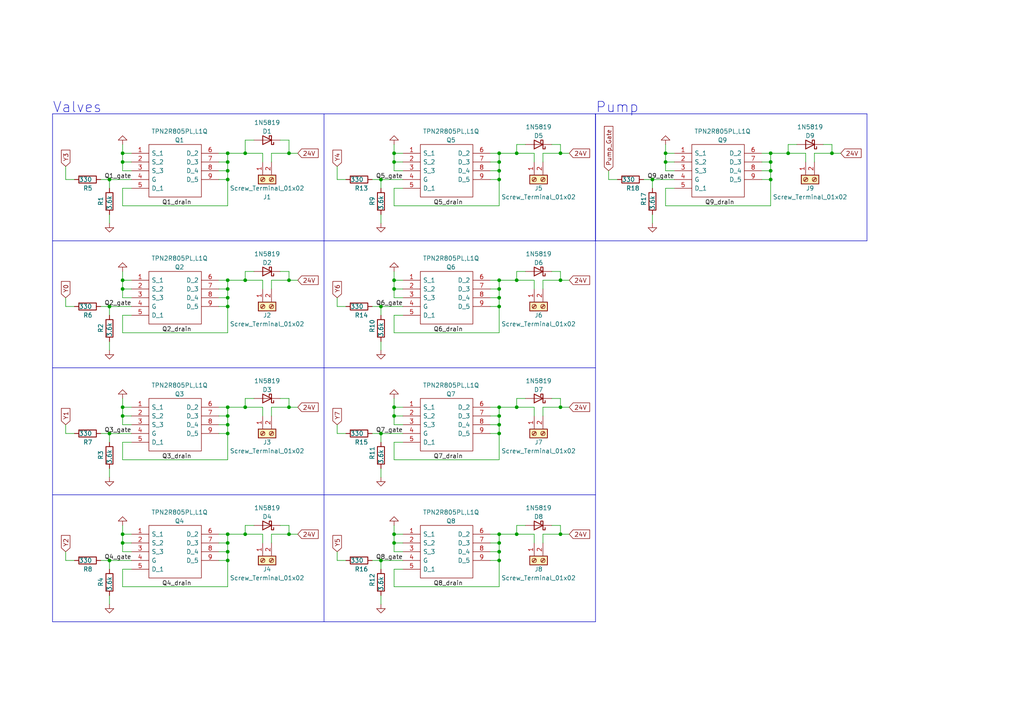
<source format=kicad_sch>
(kicad_sch (version 20230121) (generator eeschema)
  (paper "A4")
  (title_block (title "Plant Watering") (date "2022-08-29") (rev "1") (company "All in one device for plant irrigation") (comment 1 "Reading moisture, processing data, including weather, switching of solenoid valves") (comment 2 "5 A peak current, max. 1 s") (comment 3 "24 V input voltage"))
  (lib_symbols
    (symbol "Connector:Screw_Terminal_01x02" (pin_names (offset 1.016) hide)
      (property "Reference" "J9" (at -1.27 -5.08 90))
      (property "Value" "Screw_Terminal_01x02" (at -1.27 -2.54 90))
      (symbol "Screw_Terminal_01x02_1_1"
        (rectangle (start -1.27 1.27) (end 1.27 -3.81) (stroke (width 0.254)) (fill (type background)))
        (circle (center 0 -2.54) (radius 0.635) (stroke (width 0.1524)))
        (polyline (pts (xy -0.5334 -2.2098) (xy 0.3302 -3.048)) (stroke (width 0.1524)))
        (polyline (pts (xy -0.5334 0.3302) (xy 0.3302 -0.508)) (stroke (width 0.1524)))
        (polyline (pts (xy -0.3556 -2.032) (xy 0.508 -2.8702)) (stroke (width 0.1524)))
        (polyline (pts (xy -0.3556 0.508) (xy 0.508 -0.3302)) (stroke (width 0.1524)))
        (circle (center 0 0) (radius 0.635) (stroke (width 0.1524)))
        (pin passive line (at -5.08 -2.54 0) (length 3.81) (name "Pin_1") (number "1"))
        (pin passive line (at -5.08 0 0) (length 3.81) (name "Pin_2") (number "2"))
      )
    )
    (symbol "Device:D_Schottky" (pin_numbers hide) (pin_names (offset 1.016) hide)
      (property "Reference" "D" (at 0 2.54 0))
      (property "Value" "D_Schottky" (at 0 -2.54 0))
      (symbol "D_Schottky_0_1"
        (polyline (pts (xy 1.27 0) (xy -1.27 0)))
        (polyline (pts (xy 1.27 1.27) (xy 1.27 -1.27) (xy -1.27 0) (xy 1.27 1.27)) (stroke (width 0.254)))
        (polyline (pts (xy -1.905 0.635) (xy -1.905 1.27) (xy -1.27 1.27) (xy -1.27 -1.27) (xy -0.635 -1.27) (xy -0.635 -0.635)) (stroke (width 0.254)))
      )
      (symbol "D_Schottky_1_1"
        (pin passive line (at -3.81 0 0) (length 2.54) (name "K") (number "1"))
        (pin passive line (at 3.81 0 180) (length 2.54) (name "A") (number "2"))
      )
    )
    (symbol "Device:R" (pin_numbers hide) (pin_names (offset 0))
      (property "Reference" "R" (at 2.032 0 90))
      (property "Value" "R" (at 0 0 90))
      (symbol "R_0_1"
        (rectangle (start -1.016 -2.54) (end 1.016 2.54) (stroke (width 0.254)))
      )
      (symbol "R_1_1"
        (pin passive line (at 0 3.81 270) (length 1.27) (name "~") (number "1"))
        (pin passive line (at 0 -3.81 90) (length 1.27) (name "~") (number "2"))
      )
    )
    (symbol "SamacSys_Parts:TPN2R805PL,L1Q" (pin_names (offset 0.762))
      (property "Reference" "Q" (at 21.59 7.62 0))
      (property "Value" "TPN2R805PL,L1Q" (at 21.59 5.08 0))
      (symbol "TPN2R805PL,L1Q_0_0"
        (pin passive line (at 0 0 0) (length 5.08) (name "S_1") (number "1"))
        (pin passive line (at 0 -2.54 0) (length 5.08) (name "S_2") (number "2"))
        (pin passive line (at 0 -5.08 0) (length 5.08) (name "S_3") (number "3"))
        (pin passive line (at 0 -7.62 0) (length 5.08) (name "G") (number "4"))
        (pin passive line (at 0 -10.16 0) (length 5.08) (name "D_1") (number "5"))
        (pin passive line (at 25.4 0 180) (length 5.08) (name "D_2") (number "6"))
        (pin passive line (at 25.4 -2.54 180) (length 5.08) (name "D_3") (number "7"))
        (pin passive line (at 25.4 -5.08 180) (length 5.08) (name "D_4") (number "8"))
        (pin passive line (at 25.4 -7.62 180) (length 5.08) (name "D_5") (number "9"))
      )
      (symbol "TPN2R805PL,L1Q_0_1"
        (polyline (pts (xy 5.08 2.54) (xy 20.32 2.54) (xy 20.32 -12.7) (xy 5.08 -12.7) (xy 5.08 2.54)) (stroke (width 0.1524)))
      )
    )
    (symbol "Screw_Terminal_01x02_1" (pin_names (offset 1.016) hide)
      (property "Reference" "J1" (at 5.08 -5.08 90))
      (property "Value" "Screw_Terminal_01x02" (at 2.54 -2.54 90))
      (symbol "Screw_Terminal_01x02_1_1_1"
        (rectangle (start -1.27 1.27) (end 1.27 -3.81) (stroke (width 0.254)) (fill (type background)))
        (circle (center 0 -2.54) (radius 0.635) (stroke (width 0.1524)))
        (polyline (pts (xy -0.5334 -2.2098) (xy 0.3302 -3.048)) (stroke (width 0.1524)))
        (polyline (pts (xy -0.5334 0.3302) (xy 0.3302 -0.508)) (stroke (width 0.1524)))
        (polyline (pts (xy -0.3556 -2.032) (xy 0.508 -2.8702)) (stroke (width 0.1524)))
        (polyline (pts (xy -0.3556 0.508) (xy 0.508 -0.3302)) (stroke (width 0.1524)))
        (circle (center 0 0) (radius 0.635) (stroke (width 0.1524)))
        (pin passive line (at -5.08 -2.54 0) (length 3.81) (name "Pin_1") (number "1"))
        (pin passive line (at -5.08 0 0) (length 3.81) (name "Pin_2") (number "2"))
      )
    )
    (symbol "Screw_Terminal_01x02_2" (pin_names (offset 1.016) hide)
      (property "Reference" "J2" (at 2.54 -5.08 90))
      (property "Value" "Screw_Terminal_01x02" (at 5.08 -2.54 90))
      (symbol "Screw_Terminal_01x02_2_1_1"
        (rectangle (start -1.27 1.27) (end 1.27 -3.81) (stroke (width 0.254)) (fill (type background)))
        (circle (center 0 -2.54) (radius 0.635) (stroke (width 0.1524)))
        (polyline (pts (xy -0.5334 -2.2098) (xy 0.3302 -3.048)) (stroke (width 0.1524)))
        (polyline (pts (xy -0.5334 0.3302) (xy 0.3302 -0.508)) (stroke (width 0.1524)))
        (polyline (pts (xy -0.3556 -2.032) (xy 0.508 -2.8702)) (stroke (width 0.1524)))
        (polyline (pts (xy -0.3556 0.508) (xy 0.508 -0.3302)) (stroke (width 0.1524)))
        (circle (center 0 0) (radius 0.635) (stroke (width 0.1524)))
        (pin passive line (at -5.08 -2.54 0) (length 3.81) (name "Pin_1") (number "1"))
        (pin passive line (at -5.08 0 0) (length 3.81) (name "Pin_2") (number "2"))
      )
    )
    (symbol "Screw_Terminal_01x02_3" (pin_names (offset 1.016) hide)
      (property "Reference" "J3" (at 2.54 -5.08 90))
      (property "Value" "Screw_Terminal_01x02" (at 5.08 -2.54 90))
      (symbol "Screw_Terminal_01x02_3_1_1"
        (rectangle (start -1.27 1.27) (end 1.27 -3.81) (stroke (width 0.254)) (fill (type background)))
        (circle (center 0 -2.54) (radius 0.635) (stroke (width 0.1524)))
        (polyline (pts (xy -0.5334 -2.2098) (xy 0.3302 -3.048)) (stroke (width 0.1524)))
        (polyline (pts (xy -0.5334 0.3302) (xy 0.3302 -0.508)) (stroke (width 0.1524)))
        (polyline (pts (xy -0.3556 -2.032) (xy 0.508 -2.8702)) (stroke (width 0.1524)))
        (polyline (pts (xy -0.3556 0.508) (xy 0.508 -0.3302)) (stroke (width 0.1524)))
        (circle (center 0 0) (radius 0.635) (stroke (width 0.1524)))
        (pin passive line (at -5.08 -2.54 0) (length 3.81) (name "Pin_1") (number "1"))
        (pin passive line (at -5.08 0 0) (length 3.81) (name "Pin_2") (number "2"))
      )
    )
    (symbol "Screw_Terminal_01x02_4" (pin_names (offset 1.016) hide)
      (property "Reference" "J4" (at -1.27 -5.08 90))
      (property "Value" "Screw_Terminal_01x02" (at -1.27 -2.54 90))
      (symbol "Screw_Terminal_01x02_4_1_1"
        (rectangle (start -1.27 1.27) (end 1.27 -3.81) (stroke (width 0.254)) (fill (type background)))
        (circle (center 0 -2.54) (radius 0.635) (stroke (width 0.1524)))
        (polyline (pts (xy -0.5334 -2.2098) (xy 0.3302 -3.048)) (stroke (width 0.1524)))
        (polyline (pts (xy -0.5334 0.3302) (xy 0.3302 -0.508)) (stroke (width 0.1524)))
        (polyline (pts (xy -0.3556 -2.032) (xy 0.508 -2.8702)) (stroke (width 0.1524)))
        (polyline (pts (xy -0.3556 0.508) (xy 0.508 -0.3302)) (stroke (width 0.1524)))
        (circle (center 0 0) (radius 0.635) (stroke (width 0.1524)))
        (pin passive line (at -5.08 -2.54 0) (length 3.81) (name "Pin_1") (number "1"))
        (pin passive line (at -5.08 0 0) (length 3.81) (name "Pin_2") (number "2"))
      )
    )
    (symbol "Screw_Terminal_01x02_5" (pin_names (offset 1.016) hide)
      (property "Reference" "J8" (at -1.27 -5.08 90))
      (property "Value" "Screw_Terminal_01x02" (at -1.27 -2.54 90))
      (symbol "Screw_Terminal_01x02_5_1_1"
        (rectangle (start -1.27 1.27) (end 1.27 -3.81) (stroke (width 0.254)) (fill (type background)))
        (circle (center 0 -2.54) (radius 0.635) (stroke (width 0.1524)))
        (polyline (pts (xy -0.5334 -2.2098) (xy 0.3302 -3.048)) (stroke (width 0.1524)))
        (polyline (pts (xy -0.5334 0.3302) (xy 0.3302 -0.508)) (stroke (width 0.1524)))
        (polyline (pts (xy -0.3556 -2.032) (xy 0.508 -2.8702)) (stroke (width 0.1524)))
        (polyline (pts (xy -0.3556 0.508) (xy 0.508 -0.3302)) (stroke (width 0.1524)))
        (circle (center 0 0) (radius 0.635) (stroke (width 0.1524)))
        (pin passive line (at -5.08 -2.54 0) (length 3.81) (name "Pin_1") (number "1"))
        (pin passive line (at -5.08 0 0) (length 3.81) (name "Pin_2") (number "2"))
      )
    )
    (symbol "Screw_Terminal_01x02_6" (pin_names (offset 1.016) hide)
      (property "Reference" "J7" (at -1.27 -5.08 90))
      (property "Value" "Screw_Terminal_01x02" (at -1.27 -2.54 90))
      (symbol "Screw_Terminal_01x02_6_1_1"
        (rectangle (start -1.27 1.27) (end 1.27 -3.81) (stroke (width 0.254)) (fill (type background)))
        (circle (center 0 -2.54) (radius 0.635) (stroke (width 0.1524)))
        (polyline (pts (xy -0.5334 -2.2098) (xy 0.3302 -3.048)) (stroke (width 0.1524)))
        (polyline (pts (xy -0.5334 0.3302) (xy 0.3302 -0.508)) (stroke (width 0.1524)))
        (polyline (pts (xy -0.3556 -2.032) (xy 0.508 -2.8702)) (stroke (width 0.1524)))
        (polyline (pts (xy -0.3556 0.508) (xy 0.508 -0.3302)) (stroke (width 0.1524)))
        (circle (center 0 0) (radius 0.635) (stroke (width 0.1524)))
        (pin passive line (at -5.08 -2.54 0) (length 3.81) (name "Pin_1") (number "1"))
        (pin passive line (at -5.08 0 0) (length 3.81) (name "Pin_2") (number "2"))
      )
    )
    (symbol "Screw_Terminal_01x02_7" (pin_names (offset 1.016) hide)
      (property "Reference" "J6" (at -1.27 -5.08 90))
      (property "Value" "Screw_Terminal_01x02_7" (at -1.27 -2.54 90))
      (symbol "Screw_Terminal_01x02_7_1_1"
        (rectangle (start -1.27 1.27) (end 1.27 -3.81) (stroke (width 0.254)) (fill (type background)))
        (circle (center 0 -2.54) (radius 0.635) (stroke (width 0.1524)))
        (polyline (pts (xy -0.5334 -2.2098) (xy 0.3302 -3.048)) (stroke (width 0.1524)))
        (polyline (pts (xy -0.5334 0.3302) (xy 0.3302 -0.508)) (stroke (width 0.1524)))
        (polyline (pts (xy -0.3556 -2.032) (xy 0.508 -2.8702)) (stroke (width 0.1524)))
        (polyline (pts (xy -0.3556 0.508) (xy 0.508 -0.3302)) (stroke (width 0.1524)))
        (circle (center 0 0) (radius 0.635) (stroke (width 0.1524)))
        (pin passive line (at -5.08 -2.54 0) (length 3.81) (name "Pin_1") (number "1"))
        (pin passive line (at -5.08 0 0) (length 3.81) (name "Pin_2") (number "2"))
      )
    )
    (symbol "Screw_Terminal_01x02_8" (pin_names (offset 1.016) hide)
      (property "Reference" "J5" (at -1.27 -5.08 90))
      (property "Value" "Screw_Terminal_01x02_8" (at -1.27 -2.54 90))
      (symbol "Screw_Terminal_01x02_8_1_1"
        (rectangle (start -1.27 1.27) (end 1.27 -3.81) (stroke (width 0.254)) (fill (type background)))
        (circle (center 0 -2.54) (radius 0.635) (stroke (width 0.1524)))
        (polyline (pts (xy -0.5334 -2.2098) (xy 0.3302 -3.048)) (stroke (width 0.1524)))
        (polyline (pts (xy -0.5334 0.3302) (xy 0.3302 -0.508)) (stroke (width 0.1524)))
        (polyline (pts (xy -0.3556 -2.032) (xy 0.508 -2.8702)) (stroke (width 0.1524)))
        (polyline (pts (xy -0.3556 0.508) (xy 0.508 -0.3302)) (stroke (width 0.1524)))
        (circle (center 0 0) (radius 0.635) (stroke (width 0.1524)))
        (pin passive line (at -5.08 -2.54 0) (length 3.81) (name "Pin_1") (number "1"))
        (pin passive line (at -5.08 0 0) (length 3.81) (name "Pin_2") (number "2"))
      )
    )
    (symbol "power:GND" (power) (pin_names (offset 0))
      (property "Value" "GND" (at 0 -3.81 0))
      (symbol "GND_0_1"
        (polyline (pts (xy 0 0) (xy 0 -1.27) (xy 1.27 -1.27) (xy 0 -2.54) (xy -1.27 -1.27) (xy 0 -1.27)))
      )
      (symbol "GND_1_1"
        (pin power_in line (at 0 0 270) (length 0) hide (name "GND") (number "1"))
      )
    )
  )
  (junction (at 162.56 118.11))
  (junction (at 114.3 81.28))
  (junction (at 149.86 44.45))
  (junction (at 66.04 157.48))
  (junction (at 35.56 118.11))
  (junction (at 66.04 83.82))
  (junction (at 114.3 120.65))
  (junction (at 66.04 88.9))
  (junction (at 114.3 154.94))
  (junction (at 114.3 46.99))
  (junction (at 223.52 52.07))
  (junction (at 144.78 49.53))
  (junction (at 114.3 44.45))
  (junction (at 144.78 123.19))
  (junction (at 144.78 83.82))
  (junction (at 223.52 49.53))
  (junction (at 144.78 157.48))
  (junction (at 114.3 83.82))
  (junction (at 31.75 125.73))
  (junction (at 162.56 44.45))
  (junction (at 193.04 46.99))
  (junction (at 189.23 52.07))
  (junction (at 114.3 157.48))
  (junction (at 66.04 52.07))
  (junction (at 83.82 44.45))
  (junction (at 144.78 86.36))
  (junction (at 66.04 49.53))
  (junction (at 71.12 44.45))
  (junction (at 162.56 154.94))
  (junction (at 31.75 88.9))
  (junction (at 144.78 44.45))
  (junction (at 66.04 81.28))
  (junction (at 162.56 81.28))
  (junction (at 71.12 154.94))
  (junction (at 110.49 162.56))
  (junction (at 223.52 44.45))
  (junction (at 66.04 120.65))
  (junction (at 83.82 118.11))
  (junction (at 144.78 154.94))
  (junction (at 83.82 154.94))
  (junction (at 66.04 118.11))
  (junction (at 35.56 44.45))
  (junction (at 83.82 81.28))
  (junction (at 66.04 46.99))
  (junction (at 66.04 123.19))
  (junction (at 110.49 88.9))
  (junction (at 144.78 118.11))
  (junction (at 144.78 88.9))
  (junction (at 144.78 52.07))
  (junction (at 66.04 162.56))
  (junction (at 144.78 120.65))
  (junction (at 110.49 52.07))
  (junction (at 149.86 154.94))
  (junction (at 241.3 44.45))
  (junction (at 144.78 46.99))
  (junction (at 149.86 81.28))
  (junction (at 35.56 157.48))
  (junction (at 223.52 46.99))
  (junction (at 71.12 81.28))
  (junction (at 144.78 81.28))
  (junction (at 149.86 118.11))
  (junction (at 31.75 52.07))
  (junction (at 31.75 162.56))
  (junction (at 35.56 154.94))
  (junction (at 66.04 86.36))
  (junction (at 144.78 125.73))
  (junction (at 66.04 125.73))
  (junction (at 193.04 44.45))
  (junction (at 66.04 154.94))
  (junction (at 35.56 83.82))
  (junction (at 228.6 44.45))
  (junction (at 71.12 118.11))
  (junction (at 66.04 44.45))
  (junction (at 35.56 120.65))
  (junction (at 66.04 160.02))
  (junction (at 110.49 125.73))
  (junction (at 114.3 118.11))
  (junction (at 144.78 162.56))
  (junction (at 35.56 81.28))
  (junction (at 144.78 160.02))
  (junction (at 35.56 46.99))
  (wire (pts (xy 160.02 78.74) (xy 162.56 78.74)))
  (wire (pts (xy 165.1 154.94) (xy 162.56 154.94)))
  (wire (pts (xy 114.3 96.52) (xy 144.78 96.52)))
  (wire (pts (xy 38.1 160.02) (xy 35.56 160.02)))
  (wire (pts (xy 195.58 52.07) (xy 189.23 52.07)))
  (wire (pts (xy 152.4 41.91) (xy 149.86 41.91)))
  (polyline (pts (xy 15.24 180.34) (xy 172.72 180.34)))
  (wire (pts (xy 35.56 128.27) (xy 35.56 133.35)))
  (wire (pts (xy 144.78 123.19) (xy 142.24 123.19)))
  (wire (pts (xy 149.86 118.11) (xy 144.78 118.11)))
  (wire (pts (xy 31.75 125.73) (xy 38.1 125.73)))
  (wire (pts (xy 144.78 160.02) (xy 142.24 160.02)))
  (wire (pts (xy 176.53 49.53) (xy 176.53 52.07)))
  (wire (pts (xy 76.2 81.28) (xy 71.12 81.28)))
  (wire (pts (xy 114.3 170.18) (xy 144.78 170.18)))
  (wire (pts (xy 116.84 88.9) (xy 110.49 88.9)))
  (wire (pts (xy 31.75 162.56) (xy 29.21 162.56)))
  (wire (pts (xy 19.05 162.56) (xy 21.59 162.56)))
  (wire (pts (xy 114.3 123.19) (xy 114.3 120.65)))
  (wire (pts (xy 66.04 123.19) (xy 63.5 123.19)))
  (wire (pts (xy 86.36 81.28) (xy 83.82 81.28)))
  (wire (pts (xy 193.04 44.45) (xy 193.04 41.91)))
  (wire (pts (xy 114.3 86.36) (xy 114.3 83.82)))
  (wire (pts (xy 71.12 115.57) (xy 71.12 118.11)))
  (wire (pts (xy 165.1 44.45) (xy 162.56 44.45)))
  (wire (pts (xy 110.49 62.23) (xy 110.49 64.77)))
  (wire (pts (xy 35.56 160.02) (xy 35.56 157.48)))
  (wire (pts (xy 144.78 123.19) (xy 144.78 120.65)))
  (wire (pts (xy 21.59 52.07) (xy 19.05 52.07)))
  (wire (pts (xy 66.04 88.9) (xy 66.04 86.36)))
  (wire (pts (xy 144.78 125.73) (xy 144.78 123.19)))
  (wire (pts (xy 144.78 157.48) (xy 142.24 157.48)))
  (wire (pts (xy 189.23 52.07) (xy 189.23 54.61)))
  (wire (pts (xy 31.75 88.9) (xy 29.21 88.9)))
  (wire (pts (xy 66.04 133.35) (xy 66.04 125.73)))
  (wire (pts (xy 97.79 86.36) (xy 97.79 88.9)))
  (wire (pts (xy 66.04 81.28) (xy 63.5 81.28)))
  (wire (pts (xy 114.3 49.53) (xy 114.3 46.99)))
  (wire (pts (xy 83.82 81.28) (xy 78.74 81.28)))
  (wire (pts (xy 223.52 44.45) (xy 220.98 44.45)))
  (wire (pts (xy 149.86 78.74) (xy 149.86 81.28)))
  (wire (pts (xy 114.3 44.45) (xy 114.3 41.91)))
  (wire (pts (xy 83.82 78.74) (xy 83.82 81.28)))
  (wire (pts (xy 162.56 81.28) (xy 157.48 81.28)))
  (wire (pts (xy 38.1 86.36) (xy 35.56 86.36)))
  (wire (pts (xy 66.04 118.11) (xy 63.5 118.11)))
  (wire (pts (xy 162.56 41.91) (xy 162.56 44.45)))
  (wire (pts (xy 35.56 170.18) (xy 66.04 170.18)))
  (wire (pts (xy 81.28 40.64) (xy 83.82 40.64)))
  (wire (pts (xy 233.68 46.99) (xy 233.68 44.45)))
  (wire (pts (xy 38.1 162.56) (xy 31.75 162.56)))
  (wire (pts (xy 154.94 83.82) (xy 154.94 81.28)))
  (wire (pts (xy 116.84 118.11) (xy 114.3 118.11)))
  (wire (pts (xy 76.2 120.65) (xy 76.2 118.11)))
  (wire (pts (xy 189.23 52.07) (xy 186.69 52.07)))
  (wire (pts (xy 97.79 123.19) (xy 97.79 125.73)))
  (wire (pts (xy 144.78 52.07) (xy 142.24 52.07)))
  (wire (pts (xy 114.3 133.35) (xy 144.78 133.35)))
  (wire (pts (xy 223.52 46.99) (xy 220.98 46.99)))
  (wire (pts (xy 97.79 52.07) (xy 100.33 52.07)))
  (wire (pts (xy 76.2 118.11) (xy 71.12 118.11)))
  (wire (pts (xy 144.78 120.65) (xy 142.24 120.65)))
  (wire (pts (xy 19.05 123.19) (xy 19.05 125.73)))
  (wire (pts (xy 223.52 46.99) (xy 223.52 44.45)))
  (wire (pts (xy 160.02 152.4) (xy 162.56 152.4)))
  (wire (pts (xy 110.49 135.89) (xy 110.49 138.43)))
  (wire (pts (xy 66.04 46.99) (xy 66.04 49.53)))
  (wire (pts (xy 31.75 135.89) (xy 31.75 138.43)))
  (polyline (pts (xy 15.24 106.68) (xy 172.72 106.68)))
  (wire (pts (xy 114.3 154.94) (xy 114.3 152.4)))
  (wire (pts (xy 63.5 46.99) (xy 66.04 46.99)))
  (wire (pts (xy 66.04 86.36) (xy 66.04 83.82)))
  (wire (pts (xy 66.04 86.36) (xy 63.5 86.36)))
  (wire (pts (xy 154.94 118.11) (xy 149.86 118.11)))
  (wire (pts (xy 144.78 118.11) (xy 142.24 118.11)))
  (wire (pts (xy 144.78 133.35) (xy 144.78 125.73)))
  (wire (pts (xy 160.02 115.57) (xy 162.56 115.57)))
  (wire (pts (xy 81.28 115.57) (xy 83.82 115.57)))
  (wire (pts (xy 149.86 81.28) (xy 144.78 81.28)))
  (wire (pts (xy 110.49 52.07) (xy 110.49 54.61)))
  (wire (pts (xy 223.52 52.07) (xy 223.52 49.53)))
  (wire (pts (xy 144.78 88.9) (xy 144.78 86.36)))
  (wire (pts (xy 165.1 81.28) (xy 162.56 81.28)))
  (wire (pts (xy 162.56 154.94) (xy 157.48 154.94)))
  (wire (pts (xy 116.84 91.44) (xy 114.3 91.44)))
  (wire (pts (xy 31.75 52.07) (xy 29.21 52.07)))
  (wire (pts (xy 116.84 83.82) (xy 114.3 83.82)))
  (wire (pts (xy 149.86 152.4) (xy 149.86 154.94)))
  (wire (pts (xy 116.84 54.61) (xy 114.3 54.61)))
  (wire (pts (xy 38.1 88.9) (xy 31.75 88.9)))
  (wire (pts (xy 144.78 162.56) (xy 142.24 162.56)))
  (wire (pts (xy 29.21 125.73) (xy 31.75 125.73)))
  (wire (pts (xy 76.2 83.82) (xy 76.2 81.28)))
  (wire (pts (xy 110.49 162.56) (xy 107.95 162.56)))
  (wire (pts (xy 76.2 46.99) (xy 76.2 44.45)))
  (wire (pts (xy 116.84 157.48) (xy 114.3 157.48)))
  (polyline (pts (xy 172.72 33.02) (xy 172.72 69.85)))
  (wire (pts (xy 66.04 157.48) (xy 63.5 157.48)))
  (wire (pts (xy 63.5 52.07) (xy 66.04 52.07)))
  (wire (pts (xy 38.1 83.82) (xy 35.56 83.82)))
  (wire (pts (xy 35.56 120.65) (xy 35.56 118.11)))
  (wire (pts (xy 144.78 83.82) (xy 144.78 81.28)))
  (wire (pts (xy 35.56 115.57) (xy 35.56 118.11)))
  (wire (pts (xy 154.94 157.48) (xy 154.94 154.94)))
  (wire (pts (xy 144.78 160.02) (xy 144.78 157.48)))
  (wire (pts (xy 154.94 81.28) (xy 149.86 81.28)))
  (wire (pts (xy 81.28 152.4) (xy 83.82 152.4)))
  (polyline (pts (xy 15.24 33.02) (xy 15.24 180.34)))
  (wire (pts (xy 154.94 154.94) (xy 149.86 154.94)))
  (wire (pts (xy 152.4 78.74) (xy 149.86 78.74)))
  (polyline (pts (xy 15.24 143.51) (xy 172.72 143.51)))
  (wire (pts (xy 35.56 86.36) (xy 35.56 83.82)))
  (wire (pts (xy 195.58 44.45) (xy 193.04 44.45)))
  (wire (pts (xy 35.56 133.35) (xy 66.04 133.35)))
  (wire (pts (xy 66.04 49.53) (xy 66.04 52.07)))
  (wire (pts (xy 241.3 44.45) (xy 236.22 44.45)))
  (wire (pts (xy 162.56 44.45) (xy 157.48 44.45)))
  (wire (pts (xy 228.6 44.45) (xy 223.52 44.45)))
  (wire (pts (xy 114.3 165.1) (xy 114.3 170.18)))
  (wire (pts (xy 144.78 170.18) (xy 144.78 162.56)))
  (wire (pts (xy 83.82 44.45) (xy 86.36 44.45)))
  (wire (pts (xy 144.78 120.65) (xy 144.78 118.11)))
  (wire (pts (xy 81.28 78.74) (xy 83.82 78.74)))
  (wire (pts (xy 76.2 154.94) (xy 71.12 154.94)))
  (polyline (pts (xy 15.24 33.02) (xy 172.72 33.02)))
  (wire (pts (xy 116.84 46.99) (xy 114.3 46.99)))
  (wire (pts (xy 144.78 59.69) (xy 144.78 52.07)))
  (wire (pts (xy 66.04 120.65) (xy 66.04 118.11)))
  (wire (pts (xy 38.1 118.11) (xy 35.56 118.11)))
  (wire (pts (xy 116.84 52.07) (xy 110.49 52.07)))
  (wire (pts (xy 38.1 54.61) (xy 35.56 54.61)))
  (wire (pts (xy 228.6 41.91) (xy 228.6 44.45)))
  (wire (pts (xy 31.75 52.07) (xy 31.75 54.61)))
  (wire (pts (xy 116.84 49.53) (xy 114.3 49.53)))
  (wire (pts (xy 114.3 118.11) (xy 114.3 115.57)))
  (wire (pts (xy 97.79 160.02) (xy 97.79 162.56)))
  (wire (pts (xy 38.1 154.94) (xy 35.56 154.94)))
  (wire (pts (xy 31.75 88.9) (xy 31.75 91.44)))
  (wire (pts (xy 162.56 152.4) (xy 162.56 154.94)))
  (wire (pts (xy 38.1 128.27) (xy 35.56 128.27)))
  (wire (pts (xy 144.78 162.56) (xy 144.78 160.02)))
  (wire (pts (xy 110.49 88.9) (xy 107.95 88.9)))
  (wire (pts (xy 66.04 120.65) (xy 63.5 120.65)))
  (wire (pts (xy 35.56 81.28) (xy 35.56 83.82)))
  (wire (pts (xy 152.4 152.4) (xy 149.86 152.4)))
  (wire (pts (xy 21.59 125.73) (xy 19.05 125.73)))
  (wire (pts (xy 35.56 59.69) (xy 66.04 59.69)))
  (wire (pts (xy 63.5 49.53) (xy 66.04 49.53)))
  (wire (pts (xy 157.48 81.28) (xy 157.48 83.82)))
  (wire (pts (xy 144.78 49.53) (xy 142.24 49.53)))
  (wire (pts (xy 66.04 160.02) (xy 63.5 160.02)))
  (wire (pts (xy 116.84 165.1) (xy 114.3 165.1)))
  (wire (pts (xy 66.04 44.45) (xy 66.04 46.99)))
  (wire (pts (xy 19.05 88.9) (xy 21.59 88.9)))
  (wire (pts (xy 144.78 46.99) (xy 142.24 46.99)))
  (wire (pts (xy 35.56 165.1) (xy 35.56 170.18)))
  (wire (pts (xy 35.56 91.44) (xy 35.56 96.52)))
  (wire (pts (xy 35.56 54.61) (xy 35.56 59.69)))
  (wire (pts (xy 83.82 40.64) (xy 83.82 44.45)))
  (wire (pts (xy 195.58 54.61) (xy 193.04 54.61)))
  (wire (pts (xy 35.56 46.99) (xy 38.1 46.99)))
  (wire (pts (xy 144.78 154.94) (xy 142.24 154.94)))
  (polyline (pts (xy 172.72 33.02) (xy 251.46 33.02)))
  (wire (pts (xy 233.68 44.45) (xy 228.6 44.45)))
  (wire (pts (xy 35.56 41.91) (xy 35.56 44.45)))
  (wire (pts (xy 35.56 81.28) (xy 38.1 81.28)))
  (wire (pts (xy 114.3 81.28) (xy 114.3 78.74)))
  (wire (pts (xy 162.56 78.74) (xy 162.56 81.28)))
  (wire (pts (xy 83.82 115.57) (xy 83.82 118.11)))
  (wire (pts (xy 66.04 83.82) (xy 66.04 81.28)))
  (wire (pts (xy 223.52 52.07) (xy 220.98 52.07)))
  (wire (pts (xy 83.82 152.4) (xy 83.82 154.94)))
  (wire (pts (xy 116.84 162.56) (xy 110.49 162.56)))
  (wire (pts (xy 149.86 41.91) (xy 149.86 44.45)))
  (wire (pts (xy 114.3 120.65) (xy 114.3 118.11)))
  (wire (pts (xy 195.58 49.53) (xy 193.04 49.53)))
  (wire (pts (xy 83.82 118.11) (xy 78.74 118.11)))
  (wire (pts (xy 66.04 83.82) (xy 63.5 83.82)))
  (wire (pts (xy 154.94 46.99) (xy 154.94 44.45)))
  (wire (pts (xy 66.04 88.9) (xy 63.5 88.9)))
  (wire (pts (xy 31.75 128.27) (xy 31.75 125.73)))
  (wire (pts (xy 66.04 125.73) (xy 63.5 125.73)))
  (wire (pts (xy 97.79 48.26) (xy 97.79 52.07)))
  (wire (pts (xy 144.78 86.36) (xy 144.78 83.82)))
  (wire (pts (xy 116.84 160.02) (xy 114.3 160.02)))
  (wire (pts (xy 144.78 125.73) (xy 142.24 125.73)))
  (wire (pts (xy 35.56 123.19) (xy 35.56 120.65)))
  (wire (pts (xy 114.3 157.48) (xy 114.3 154.94)))
  (wire (pts (xy 66.04 125.73) (xy 66.04 123.19)))
  (wire (pts (xy 149.86 44.45) (xy 144.78 44.45)))
  (wire (pts (xy 31.75 162.56) (xy 31.75 165.1)))
  (wire (pts (xy 35.56 46.99) (xy 35.56 49.53)))
  (wire (pts (xy 31.75 52.07) (xy 38.1 52.07)))
  (wire (pts (xy 162.56 118.11) (xy 157.48 118.11)))
  (wire (pts (xy 193.04 59.69) (xy 223.52 59.69)))
  (wire (pts (xy 176.53 52.07) (xy 179.07 52.07)))
  (wire (pts (xy 73.66 78.74) (xy 71.12 78.74)))
  (wire (pts (xy 144.78 49.53) (xy 144.78 46.99)))
  (wire (pts (xy 193.04 46.99) (xy 193.04 44.45)))
  (wire (pts (xy 165.1 118.11) (xy 162.56 118.11)))
  (wire (pts (xy 144.78 81.28) (xy 142.24 81.28)))
  (wire (pts (xy 86.36 154.94) (xy 83.82 154.94)))
  (wire (pts (xy 86.36 118.11) (xy 83.82 118.11)))
  (wire (pts (xy 144.78 86.36) (xy 142.24 86.36)))
  (wire (pts (xy 149.86 154.94) (xy 144.78 154.94)))
  (wire (pts (xy 116.84 44.45) (xy 114.3 44.45)))
  (wire (pts (xy 66.04 160.02) (xy 66.04 157.48)))
  (wire (pts (xy 19.05 86.36) (xy 19.05 88.9)))
  (wire (pts (xy 19.05 160.02) (xy 19.05 162.56)))
  (wire (pts (xy 160.02 41.91) (xy 162.56 41.91)))
  (wire (pts (xy 73.66 152.4) (xy 71.12 152.4)))
  (wire (pts (xy 71.12 44.45) (xy 66.04 44.45)))
  (wire (pts (xy 73.66 40.64) (xy 71.12 40.64)))
  (wire (pts (xy 114.3 54.61) (xy 114.3 59.69)))
  (wire (pts (xy 110.49 172.72) (xy 110.49 175.26)))
  (wire (pts (xy 66.04 96.52) (xy 66.04 88.9)))
  (wire (pts (xy 144.78 44.45) (xy 142.24 44.45)))
  (wire (pts (xy 110.49 125.73) (xy 107.95 125.73)))
  (wire (pts (xy 38.1 120.65) (xy 35.56 120.65)))
  (wire (pts (xy 31.75 62.23) (xy 31.75 64.77)))
  (wire (pts (xy 73.66 115.57) (xy 71.12 115.57)))
  (wire (pts (xy 78.74 44.45) (xy 83.82 44.45)))
  (wire (pts (xy 144.78 52.07) (xy 144.78 49.53)))
  (wire (pts (xy 243.84 44.45) (xy 241.3 44.45)))
  (wire (pts (xy 38.1 91.44) (xy 35.56 91.44)))
  (wire (pts (xy 71.12 78.74) (xy 71.12 81.28)))
  (polyline (pts (xy 251.46 69.85) (xy 251.46 33.02)))
  (wire (pts (xy 66.04 123.19) (xy 66.04 120.65)))
  (wire (pts (xy 144.78 88.9) (xy 142.24 88.9)))
  (wire (pts (xy 38.1 157.48) (xy 35.56 157.48)))
  (wire (pts (xy 157.48 44.45) (xy 157.48 46.99)))
  (wire (pts (xy 116.84 123.19) (xy 114.3 123.19)))
  (wire (pts (xy 35.56 157.48) (xy 35.56 154.94)))
  (wire (pts (xy 144.78 96.52) (xy 144.78 88.9)))
  (wire (pts (xy 114.3 128.27) (xy 114.3 133.35)))
  (wire (pts (xy 114.3 91.44) (xy 114.3 96.52)))
  (wire (pts (xy 189.23 62.23) (xy 189.23 64.77)))
  (wire (pts (xy 114.3 83.82) (xy 114.3 81.28)))
  (wire (pts (xy 66.04 154.94) (xy 63.5 154.94)))
  (wire (pts (xy 157.48 154.94) (xy 157.48 157.48)))
  (wire (pts (xy 116.84 120.65) (xy 114.3 120.65)))
  (wire (pts (xy 238.76 41.91) (xy 241.3 41.91)))
  (wire (pts (xy 66.04 162.56) (xy 66.04 160.02)))
  (wire (pts (xy 144.78 83.82) (xy 142.24 83.82)))
  (wire (pts (xy 223.52 49.53) (xy 220.98 49.53)))
  (wire (pts (xy 71.12 154.94) (xy 66.04 154.94)))
  (wire (pts (xy 78.74 46.99) (xy 78.74 44.45)))
  (wire (pts (xy 110.49 52.07) (xy 107.95 52.07)))
  (polyline (pts (xy 93.98 33.02) (xy 93.98 180.34)))
  (wire (pts (xy 231.14 41.91) (xy 228.6 41.91)))
  (wire (pts (xy 116.84 128.27) (xy 114.3 128.27)))
  (wire (pts (xy 31.75 172.72) (xy 31.75 175.26)))
  (wire (pts (xy 114.3 59.69) (xy 144.78 59.69)))
  (wire (pts (xy 116.84 81.28) (xy 114.3 81.28)))
  (wire (pts (xy 35.56 44.45) (xy 35.56 46.99)))
  (polyline (pts (xy 15.24 69.85) (xy 172.72 69.85)))
  (wire (pts (xy 241.3 41.91) (xy 241.3 44.45)))
  (wire (pts (xy 116.84 86.36) (xy 114.3 86.36)))
  (wire (pts (xy 223.52 59.69) (xy 223.52 52.07)))
  (wire (pts (xy 78.74 81.28) (xy 78.74 83.82)))
  (wire (pts (xy 66.04 170.18) (xy 66.04 162.56)))
  (wire (pts (xy 152.4 115.57) (xy 149.86 115.57)))
  (wire (pts (xy 35.56 78.74) (xy 35.56 81.28)))
  (wire (pts (xy 76.2 44.45) (xy 71.12 44.45)))
  (wire (pts (xy 35.56 44.45) (xy 38.1 44.45)))
  (wire (pts (xy 193.04 49.53) (xy 193.04 46.99)))
  (wire (pts (xy 116.84 125.73) (xy 110.49 125.73)))
  (wire (pts (xy 154.94 44.45) (xy 149.86 44.45)))
  (wire (pts (xy 110.49 99.06) (xy 110.49 101.6)))
  (wire (pts (xy 162.56 115.57) (xy 162.56 118.11)))
  (wire (pts (xy 38.1 123.19) (xy 35.56 123.19)))
  (wire (pts (xy 76.2 157.48) (xy 76.2 154.94)))
  (wire (pts (xy 66.04 52.07) (xy 66.04 59.69)))
  (wire (pts (xy 193.04 54.61) (xy 193.04 59.69)))
  (wire (pts (xy 35.56 154.94) (xy 35.56 152.4)))
  (polyline (pts (xy 172.72 69.85) (xy 251.46 69.85)))
  (wire (pts (xy 63.5 44.45) (xy 66.04 44.45)))
  (wire (pts (xy 110.49 162.56) (xy 110.49 165.1)))
  (wire (pts (xy 97.79 162.56) (xy 100.33 162.56)))
  (wire (pts (xy 35.56 96.52) (xy 66.04 96.52)))
  (wire (pts (xy 71.12 152.4) (xy 71.12 154.94)))
  (wire (pts (xy 144.78 157.48) (xy 144.78 154.94)))
  (wire (pts (xy 83.82 154.94) (xy 78.74 154.94)))
  (wire (pts (xy 223.52 49.53) (xy 223.52 46.99)))
  (wire (pts (xy 66.04 162.56) (xy 63.5 162.56)))
  (wire (pts (xy 154.94 120.65) (xy 154.94 118.11)))
  (polyline (pts (xy 172.72 33.02) (xy 172.72 180.34)))
  (wire (pts (xy 97.79 88.9) (xy 100.33 88.9)))
  (wire (pts (xy 157.48 118.11) (xy 157.48 120.65)))
  (wire (pts (xy 236.22 44.45) (xy 236.22 46.99)))
  (wire (pts (xy 38.1 165.1) (xy 35.56 165.1)))
  (wire (pts (xy 97.79 125.73) (xy 100.33 125.73)))
  (wire (pts (xy 149.86 115.57) (xy 149.86 118.11)))
  (wire (pts (xy 66.04 157.48) (xy 66.04 154.94)))
  (wire (pts (xy 78.74 118.11) (xy 78.74 120.65)))
  (wire (pts (xy 38.1 49.53) (xy 35.56 49.53)))
  (wire (pts (xy 116.84 154.94) (xy 114.3 154.94)))
  (wire (pts (xy 195.58 46.99) (xy 193.04 46.99)))
  (wire (pts (xy 71.12 40.64) (xy 71.12 44.45)))
  (wire (pts (xy 71.12 118.11) (xy 66.04 118.11)))
  (wire (pts (xy 144.78 46.99) (xy 144.78 44.45)))
  (wire (pts (xy 78.74 154.94) (xy 78.74 157.48)))
  (wire (pts (xy 31.75 99.06) (xy 31.75 101.6)))
  (wire (pts (xy 110.49 88.9) (xy 110.49 91.44)))
  (wire (pts (xy 19.05 52.07) (xy 19.05 48.26)))
  (wire (pts (xy 110.49 125.73) (xy 110.49 128.27)))
  (wire (pts (xy 114.3 46.99) (xy 114.3 44.45)))
  (wire (pts (xy 114.3 160.02) (xy 114.3 157.48)))
  (wire (pts (xy 71.12 81.28) (xy 66.04 81.28)))
  (text "Valves" (at 15.24 33.02 0) (effects (font (size 3 3)) (justify left bottom)))
  (text "Pump" (at 172.72 33.02 0) (effects (font (size 3 3)) (justify left bottom)))
  (label "Q8_gate" (at 116.84 162.56 180))
  (label "Q3_drain" (at 46.99 133.35 0))
  (label "Q5_drain" (at 125.73 59.69 0))
  (label "Q2_drain" (at 46.99 96.52 0))
  (label "Q4_gate" (at 38.1 162.56 180))
  (label "Q7_drain" (at 125.73 133.35 0))
  (label "Q8_drain" (at 125.73 170.18 0))
  (label "Q9_drain" (at 204.47 59.69 0))
  (label "Q6_drain" (at 125.73 96.52 0))
  (label "Q1_gate" (at 38.1 52.07 180))
  (label "Q2_gate" (at 38.1 88.9 180))
  (label "Q9_gate" (at 195.58 52.07 180))
  (label "Q5_gate" (at 116.84 52.07 180))
  (label "Q1_drain" (at 46.99 59.69 0))
  (label "Q4_drain" (at 46.99 170.18 0))
  (label "Q6_gate" (at 116.84 88.9 180))
  (label "Q3_gate" (at 38.1 125.73 180))
  (label "Q7_gate" (at 116.84 125.73 180))
  (global_label "Y7" (shape input) (at 97.79 123.19 90) (property "Intersheetrefs" "${INTERSHEET_REFS}" (effects hide)))
  (global_label "24V" (shape input) (at 165.1 118.11 0) (property "Intersheetrefs" "${INTERSHEET_REFS}" (effects hide)))
  (global_label "24V" (shape input) (at 86.36 81.28 0) (property "Intersheetrefs" "${INTERSHEET_REFS}" (effects hide)))
  (global_label "24V" (shape input) (at 86.36 118.11 0) (property "Intersheetrefs" "${INTERSHEET_REFS}" (effects hide)))
  (global_label "Y2" (shape input) (at 19.05 160.02 90) (property "Intersheetrefs" "${INTERSHEET_REFS}" (effects hide)))
  (global_label "24V" (shape input) (at 86.36 154.94 0) (property "Intersheetrefs" "${INTERSHEET_REFS}" (effects hide)))
  (global_label "Y5" (shape input) (at 97.79 160.02 90) (property "Intersheetrefs" "${INTERSHEET_REFS}" (effects hide)))
  (global_label "24V" (shape input) (at 86.36 44.45 0) (property "Intersheetrefs" "${INTERSHEET_REFS}" (effects hide)))
  (global_label "24V" (shape input) (at 165.1 44.45 0) (property "Intersheetrefs" "${INTERSHEET_REFS}" (effects hide)))
  (global_label "24V" (shape input) (at 165.1 81.28 0) (property "Intersheetrefs" "${INTERSHEET_REFS}" (effects hide)))
  (global_label "Pump_Gate" (shape input) (at 176.53 49.53 90) (property "Intersheetrefs" "${INTERSHEET_REFS}" (effects hide)))
  (global_label "24V" (shape input) (at 165.1 154.94 0) (property "Intersheetrefs" "${INTERSHEET_REFS}" (effects hide)))
  (global_label "Y1" (shape input) (at 19.05 123.19 90) (property "Intersheetrefs" "${INTERSHEET_REFS}" (effects hide)))
  (global_label "Y0" (shape input) (at 19.05 86.36 90) (property "Intersheetrefs" "${INTERSHEET_REFS}" (effects hide)))
  (global_label "24V" (shape input) (at 243.84 44.45 0) (property "Intersheetrefs" "${INTERSHEET_REFS}" (effects hide)))
  (global_label "Y4" (shape input) (at 97.79 48.26 90) (property "Intersheetrefs" "${INTERSHEET_REFS}" (effects hide)))
  (global_label "Y6" (shape input) (at 97.79 86.36 90) (property "Intersheetrefs" "${INTERSHEET_REFS}" (effects hide)))
  (global_label "Y3" (shape input) (at 19.05 48.26 90) (property "Intersheetrefs" "${INTERSHEET_REFS}" (effects hide)))
  (symbol (lib_id "Device:R") (at 25.4 88.9 270) (unit 1)
    (property "Reference" "R6" (at 24.13 91.44 90) (effects (justify left)))
    (property "Value" "330" (at 22.86 88.9 90) (effects (justify left)))
    (property "Footprint" "Resistor_SMD:R_0805_2012Metric" (effects hide))
    (property "LCSC" "C2989109" (effects hide))
  )
  (symbol (lib_id "power:GND") (at 110.49 64.77 0) (unit 1)
    (property "Reference" "#PWR010" (effects hide))
    (property "Value" "GND" (effects hide))
  )
  (symbol (lib_id "power:GND") (at 31.75 64.77 0) (unit 1)
    (property "Reference" "#PWR01" (effects hide))
    (property "Value" "GND" (effects hide))
  )
  (symbol (lib_id "power:GND") (at 31.75 101.6 0) (unit 1)
    (property "Reference" "#PWR02" (effects hide))
    (property "Value" "GND" (effects hide))
  )
  (symbol (lib_id "SamacSys_Parts:TPN2R805PL,L1Q") (at 38.1 44.45 0) (unit 1)
    (property "Reference" "Q1" (at 52.07 40.64 0))
    (property "Value" "TPN2R805PL,L1Q" (at 52.07 38.1 0))
    (property "Footprint" "TPN2R805PLL1Q" (effects hide))
    (property "Description" "N-Channel 45 V 139A (Ta), 80A (Tc) 2.67W (Ta), 104W (Tc) Surface Mount 8-TSON Advance (3.1x3.1)" (effects hide))
    (property "Height" "0.9" (effects hide))
    (property "Manufacturer_Name" "Toshiba" (effects hide))
    (property "Manufacturer_Part_Number" "TPN2R805PL,L1Q" (effects hide))
  )
  (symbol (lib_id "power:GND") (at 110.49 138.43 0) (unit 1)
    (property "Reference" "#PWR012" (effects hide))
    (property "Value" "GND" (effects hide))
  )
  (symbol (lib_id "Device:R") (at 104.14 125.73 270) (unit 1)
    (property "Reference" "R15" (at 102.87 128.27 90) (effects (justify left)))
    (property "Value" "330" (at 101.6 125.73 90) (effects (justify left)))
    (property "Footprint" "Resistor_SMD:R_0805_2012Metric" (effects hide))
    (property "LCSC" "C2989109" (effects hide))
  )
  (symbol (lib_id "SamacSys_Parts:TPN2R805PL,L1Q") (at 38.1 81.28 0) (unit 1)
    (property "Reference" "Q2" (at 52.07 77.47 0))
    (property "Value" "TPN2R805PL,L1Q" (at 52.07 74.93 0))
    (property "Footprint" "TPN2R805PLL1Q" (effects hide))
    (property "Description" "N-Channel 45 V 139A (Ta), 80A (Tc) 2.67W (Ta), 104W (Tc) Surface Mount 8-TSON Advance (3.1x3.1)" (effects hide))
    (property "Height" "0.9" (effects hide))
    (property "Manufacturer_Name" "Toshiba" (effects hide))
    (property "Manufacturer_Part_Number" "TPN2R805PL,L1Q" (effects hide))
  )
  (symbol (lib_id "power:GND") (at 189.23 64.77 0) (unit 1)
    (property "Reference" "#PWR018" (effects hide))
    (property "Value" "GND" (effects hide))
  )
  (symbol (lib_id "Device:D_Schottky") (at 156.21 115.57 180) (unit 1)
    (property "Reference" "D7" (at 156.21 113.03 0))
    (property "Value" "1N5819" (at 156.21 110.49 0))
    (property "Footprint" "Diode_SMD:D_SMA" (effects hide))
    (property "LCSC" "C437199" (effects hide))
  )
  (symbol (lib_name "Screw_Terminal_01x02_2") (lib_id "Connector:Screw_Terminal_01x02") (at 78.74 88.9 270) (unit 1)
    (property "Reference" "J2" (at 77.47 91.44 90))
    (property "Value" "Screw_Terminal_01x02" (at 77.47 93.98 90))
    (property "Footprint" "TerminalBlock_Phoenix:TerminalBlock_Phoenix_PT-1,5-2-3.5-H_1x02_P3.50mm_Horizontal" (effects hide))
    (property "LCSC" "C474930" (effects hide))
  )
  (symbol (lib_id "Device:D_Schottky") (at 77.47 78.74 180) (unit 1)
    (property "Reference" "D2" (at 77.47 76.2 0))
    (property "Value" "1N5819" (at 77.47 73.66 0))
    (property "Footprint" "Diode_SMD:D_SMA" (effects hide))
    (property "LCSC" "C437199" (effects hide))
  )
  (symbol (lib_id "Device:R") (at 110.49 58.42 0) (unit 1)
    (property "Reference" "R9" (at 107.95 59.69 90) (effects (justify left)))
    (property "Value" "3.6k" (at 110.49 60.96 90) (effects (justify left)))
    (property "Footprint" "Resistor_SMD:R_0805_2012Metric" (effects hide))
    (property "LCSC" "C18359" (effects hide))
  )
  (symbol (lib_id "SamacSys_Parts:TPN2R805PL,L1Q") (at 38.1 118.11 0) (unit 1)
    (property "Reference" "Q3" (at 52.07 114.3 0))
    (property "Value" "TPN2R805PL,L1Q" (at 52.07 111.76 0))
    (property "Footprint" "TPN2R805PLL1Q" (effects hide))
    (property "Description" "N-Channel 45 V 139A (Ta), 80A (Tc) 2.67W (Ta), 104W (Tc) Surface Mount 8-TSON Advance (3.1x3.1)" (effects hide))
    (property "Height" "0.9" (effects hide))
    (property "Manufacturer_Name" "Toshiba" (effects hide))
    (property "Manufacturer_Part_Number" "TPN2R805PL,L1Q" (effects hide))
  )
  (symbol (lib_name "Screw_Terminal_01x02_1") (lib_id "Connector:Screw_Terminal_01x02") (at 78.74 52.07 270) (unit 1)
    (property "Reference" "J1" (at 77.47 57.15 90))
    (property "Value" "Screw_Terminal_01x02" (at 77.47 54.61 90))
    (property "Footprint" "TerminalBlock_Phoenix:TerminalBlock_Phoenix_PT-1,5-2-3.5-H_1x02_P3.50mm_Horizontal" (effects hide))
    (property "LCSC" "C474930" (effects hide))
  )
  (symbol (lib_id "SamacSys_Parts:TPN2R805PL,L1Q") (at 116.84 118.11 0) (unit 1)
    (property "Reference" "Q7" (at 130.81 114.3 0))
    (property "Value" "TPN2R805PL,L1Q" (at 130.81 111.76 0))
    (property "Footprint" "TPN2R805PLL1Q" (effects hide))
    (property "Description" "N-Channel 45 V 139A (Ta), 80A (Tc) 2.67W (Ta), 104W (Tc) Surface Mount 8-TSON Advance (3.1x3.1)" (effects hide))
    (property "Height" "0.9" (effects hide))
    (property "Manufacturer_Name" "Toshiba" (effects hide))
    (property "Manufacturer_Part_Number" "TPN2R805PL,L1Q" (effects hide))
  )
  (symbol (lib_id "SamacSys_Parts:TPN2R805PL,L1Q") (at 38.1 154.94 0) (unit 1)
    (property "Reference" "Q4" (at 52.07 151.13 0))
    (property "Value" "TPN2R805PL,L1Q" (at 52.07 148.59 0))
    (property "Footprint" "TPN2R805PLL1Q" (effects hide))
    (property "Description" "N-Channel 45 V 139A (Ta), 80A (Tc) 2.67W (Ta), 104W (Tc) Surface Mount 8-TSON Advance (3.1x3.1)" (effects hide))
    (property "Height" "0.9" (effects hide))
    (property "Manufacturer_Name" "Toshiba" (effects hide))
    (property "Manufacturer_Part_Number" "TPN2R805PL,L1Q" (effects hide))
  )
  (symbol (lib_id "Device:R") (at 25.4 125.73 270) (unit 1)
    (property "Reference" "R7" (at 24.13 128.27 90) (effects (justify left)))
    (property "Value" "330" (at 22.86 125.73 90) (effects (justify left)))
    (property "Footprint" "Resistor_SMD:R_0805_2012Metric" (effects hide))
    (property "LCSC" "C2989109" (effects hide))
  )
  (symbol (lib_id "SamacSys_Parts:TPN2R805PL,L1Q") (at 116.84 154.94 0) (unit 1)
    (property "Reference" "Q8" (at 130.81 151.13 0))
    (property "Value" "TPN2R805PL,L1Q" (at 130.81 148.59 0))
    (property "Footprint" "TPN2R805PLL1Q" (effects hide))
    (property "Description" "N-Channel 45 V 139A (Ta), 80A (Tc) 2.67W (Ta), 104W (Tc) Surface Mount 8-TSON Advance (3.1x3.1)" (effects hide))
    (property "Height" "0.9" (effects hide))
    (property "Manufacturer_Name" "Toshiba" (effects hide))
    (property "Manufacturer_Part_Number" "TPN2R805PL,L1Q" (effects hide))
  )
  (symbol (lib_id "Device:D_Schottky") (at 77.47 40.64 180) (unit 1)
    (property "Reference" "D1" (at 77.47 38.1 0))
    (property "Value" "1N5819" (at 77.47 35.56 0))
    (property "Footprint" "Diode_SMD:D_SMA" (effects hide))
    (property "LCSC" "C437199" (effects hide))
  )
  (symbol (lib_id "Device:R") (at 31.75 132.08 0) (unit 1)
    (property "Reference" "R3" (at 29.21 133.35 90) (effects (justify left)))
    (property "Value" "3.6k" (at 31.75 134.62 90) (effects (justify left)))
    (property "Footprint" "Resistor_SMD:R_0805_2012Metric" (effects hide))
    (property "LCSC" "C18359" (effects hide))
  )
  (symbol (lib_name "Screw_Terminal_01x02_8") (lib_id "Connector:Screw_Terminal_01x02") (at 157.48 52.07 270) (unit 1)
    (property "Reference" "J5" (at 156.21 54.61 90))
    (property "Value" "Screw_Terminal_01x02" (at 156.21 57.15 90))
    (property "Footprint" "TerminalBlock_Phoenix:TerminalBlock_Phoenix_PT-1,5-2-3.5-H_1x02_P3.50mm_Horizontal" (effects hide))
    (property "LCSC" "C474930" (effects hide))
  )
  (symbol (lib_id "power:GND") (at 31.75 138.43 0) (unit 1)
    (property "Reference" "#PWR03" (effects hide))
    (property "Value" "GND" (effects hide))
  )
  (symbol (lib_id "power:GND") (at 114.3 78.74 180) (unit 1)
    (property "Reference" "#PWR0104" (effects hide))
    (property "Value" "GND" (effects hide))
  )
  (symbol (lib_id "Device:D_Schottky") (at 234.95 41.91 180) (unit 1)
    (property "Reference" "D9" (at 234.95 39.37 0))
    (property "Value" "1N5819" (at 234.95 36.83 0))
    (property "Footprint" "Diode_SMD:D_SMA" (effects hide))
    (property "LCSC" "C437199" (effects hide))
  )
  (symbol (lib_id "power:GND") (at 35.56 115.57 180) (unit 1)
    (property "Reference" "#PWR0106" (effects hide))
    (property "Value" "GND" (effects hide))
  )
  (symbol (lib_id "Device:R") (at 182.88 52.07 270) (unit 1)
    (property "Reference" "R18" (at 181.61 54.61 90) (effects (justify left)))
    (property "Value" "330" (at 180.34 52.07 90) (effects (justify left)))
    (property "Footprint" "Resistor_SMD:R_0805_2012Metric" (effects hide))
    (property "LCSC" "C2989109" (effects hide))
  )
  (symbol (lib_id "power:GND") (at 110.49 175.26 0) (unit 1)
    (property "Reference" "#PWR013" (effects hide))
    (property "Value" "GND" (effects hide))
  )
  (symbol (lib_id "Device:R") (at 110.49 168.91 0) (unit 1)
    (property "Reference" "R12" (at 107.95 170.18 90) (effects (justify left)))
    (property "Value" "3.6k" (at 110.49 171.45 90) (effects (justify left)))
    (property "Footprint" "Resistor_SMD:R_0805_2012Metric" (effects hide))
    (property "LCSC" "C18359" (effects hide))
  )
  (symbol (lib_id "Device:D_Schottky") (at 156.21 152.4 180) (unit 1)
    (property "Reference" "D8" (at 156.21 149.86 0))
    (property "Value" "1N5819" (at 156.21 147.32 0))
    (property "Footprint" "Diode_SMD:D_SMA" (effects hide))
    (property "LCSC" "C437199" (effects hide))
  )
  (symbol (lib_id "Device:R") (at 189.23 58.42 0) (unit 1)
    (property "Reference" "R17" (at 186.69 59.69 90) (effects (justify left)))
    (property "Value" "3.6k" (at 189.23 60.96 90) (effects (justify left)))
    (property "Footprint" "Resistor_SMD:R_0805_2012Metric" (effects hide))
    (property "LCSC" "C18359" (effects hide))
  )
  (symbol (lib_id "Device:R") (at 104.14 162.56 270) (unit 1)
    (property "Reference" "R16" (at 102.87 165.1 90) (effects (justify left)))
    (property "Value" "330" (at 101.6 162.56 90) (effects (justify left)))
    (property "Footprint" "Resistor_SMD:R_0805_2012Metric" (effects hide))
    (property "LCSC" "C2989109" (effects hide))
  )
  (symbol (lib_id "power:GND") (at 110.49 101.6 0) (unit 1)
    (property "Reference" "#PWR011" (effects hide))
    (property "Value" "GND" (effects hide))
  )
  (symbol (lib_name "Screw_Terminal_01x02_7") (lib_id "Connector:Screw_Terminal_01x02") (at 157.48 88.9 270) (unit 1)
    (property "Reference" "J6" (at 156.21 91.44 90))
    (property "Value" "Screw_Terminal_01x02" (at 156.21 93.98 90))
    (property "Footprint" "TerminalBlock_Phoenix:TerminalBlock_Phoenix_PT-1,5-2-3.5-H_1x02_P3.50mm_Horizontal" (effects hide))
    (property "LCSC" "C474930" (effects hide))
  )
  (symbol (lib_name "Screw_Terminal_01x02_6") (lib_id "Connector:Screw_Terminal_01x02") (at 157.48 125.73 270) (unit 1)
    (property "Reference" "J7" (at 156.21 128.27 90))
    (property "Value" "Screw_Terminal_01x02" (at 156.21 130.81 90))
    (property "Footprint" "TerminalBlock_Phoenix:TerminalBlock_Phoenix_PT-1,5-2-3.5-H_1x02_P3.50mm_Horizontal" (effects hide))
    (property "LCSC" "C474930" (effects hide))
  )
  (symbol (lib_id "Device:R") (at 104.14 52.07 270) (unit 1)
    (property "Reference" "R13" (at 102.87 54.61 90) (effects (justify left)))
    (property "Value" "330" (at 101.6 52.07 90) (effects (justify left)))
    (property "Footprint" "Resistor_SMD:R_0805_2012Metric" (effects hide))
    (property "LCSC" "C2989109" (effects hide))
  )
  (symbol (lib_id "power:GND") (at 193.04 41.91 180) (unit 1)
    (property "Reference" "#PWR0105" (effects hide))
    (property "Value" "GND" (effects hide))
  )
  (symbol (lib_name "Screw_Terminal_01x02_4") (lib_id "Connector:Screw_Terminal_01x02") (at 78.74 162.56 270) (unit 1)
    (property "Reference" "J4" (at 77.47 165.1 90))
    (property "Value" "Screw_Terminal_01x02" (at 77.47 167.64 90))
    (property "Footprint" "TerminalBlock_Phoenix:TerminalBlock_Phoenix_PT-1,5-2-3.5-H_1x02_P3.50mm_Horizontal" (effects hide))
    (property "LCSC" "C474930" (effects hide))
  )
  (symbol (lib_name "Screw_Terminal_01x02_5") (lib_id "Connector:Screw_Terminal_01x02") (at 157.48 162.56 270) (unit 1)
    (property "Reference" "J8" (at 156.21 165.1 90))
    (property "Value" "Screw_Terminal_01x02" (at 156.21 167.64 90))
    (property "Footprint" "TerminalBlock_Phoenix:TerminalBlock_Phoenix_PT-1,5-2-3.5-H_1x02_P3.50mm_Horizontal" (effects hide))
    (property "LCSC" "C474930" (effects hide))
  )
  (symbol (lib_id "Device:R") (at 25.4 162.56 270) (unit 1)
    (property "Reference" "R8" (at 24.13 165.1 90) (effects (justify left)))
    (property "Value" "330" (at 22.86 162.56 90) (effects (justify left)))
    (property "Footprint" "Resistor_SMD:R_0805_2012Metric" (effects hide))
    (property "LCSC" "C2989109" (effects hide))
  )
  (symbol (lib_name "Screw_Terminal_01x02_3") (lib_id "Connector:Screw_Terminal_01x02") (at 78.74 125.73 270) (unit 1)
    (property "Reference" "J3" (at 77.47 128.27 90))
    (property "Value" "Screw_Terminal_01x02" (at 77.47 130.81 90))
    (property "Footprint" "TerminalBlock_Phoenix:TerminalBlock_Phoenix_PT-1,5-2-3.5-H_1x02_P3.50mm_Horizontal" (effects hide))
    (property "LCSC" "C474930" (effects hide))
  )
  (symbol (lib_id "Device:D_Schottky") (at 77.47 115.57 180) (unit 1)
    (property "Reference" "D3" (at 77.47 113.03 0))
    (property "Value" "1N5819" (at 77.47 110.49 0))
    (property "Footprint" "Diode_SMD:D_SMA" (effects hide))
    (property "LCSC" "C437199" (effects hide))
  )
  (symbol (lib_id "power:GND") (at 35.56 78.74 180) (unit 1)
    (property "Reference" "#PWR0110" (effects hide))
    (property "Value" "GND" (effects hide))
  )
  (symbol (lib_id "SamacSys_Parts:TPN2R805PL,L1Q") (at 116.84 44.45 0) (unit 1)
    (property "Reference" "Q5" (at 130.81 40.64 0))
    (property "Value" "TPN2R805PL,L1Q" (at 130.81 38.1 0))
    (property "Footprint" "TPN2R805PLL1Q" (effects hide))
    (property "Description" "N-Channel 45 V 139A (Ta), 80A (Tc) 2.67W (Ta), 104W (Tc) Surface Mount 8-TSON Advance (3.1x3.1)" (effects hide))
    (property "Height" "0.9" (effects hide))
    (property "Manufacturer_Name" "Toshiba" (effects hide))
    (property "Manufacturer_Part_Number" "TPN2R805PL,L1Q" (effects hide))
  )
  (symbol (lib_id "Device:R") (at 31.75 95.25 0) (unit 1)
    (property "Reference" "R2" (at 29.21 96.52 90) (effects (justify left)))
    (property "Value" "3.6k" (at 31.75 97.79 90) (effects (justify left)))
    (property "Footprint" "Resistor_SMD:R_0805_2012Metric" (effects hide))
    (property "LCSC" "C18359" (effects hide))
  )
  (symbol (lib_id "power:GND") (at 35.56 41.91 180) (unit 1)
    (property "Reference" "#PWR0111" (effects hide))
    (property "Value" "GND" (effects hide))
  )
  (symbol (lib_id "Connector:Screw_Terminal_01x02") (at 236.22 52.07 270) (unit 1)
    (property "Reference" "J9" (at 234.95 54.61 90))
    (property "Value" "Screw_Terminal_01x02" (at 234.95 57.15 90))
    (property "Footprint" "TerminalBlock_Phoenix:TerminalBlock_Phoenix_PT-1,5-2-3.5-H_1x02_P3.50mm_Horizontal" (effects hide))
    (property "LCSC" "C474930" (effects hide))
  )
  (symbol (lib_id "Device:R") (at 110.49 132.08 0) (unit 1)
    (property "Reference" "R11" (at 107.95 133.35 90) (effects (justify left)))
    (property "Value" "3.6k" (at 110.49 134.62 90) (effects (justify left)))
    (property "Footprint" "Resistor_SMD:R_0805_2012Metric" (effects hide))
    (property "LCSC" "C18359" (effects hide))
  )
  (symbol (lib_id "power:GND") (at 114.3 115.57 180) (unit 1)
    (property "Reference" "#PWR0109" (effects hide))
    (property "Value" "GND" (effects hide))
  )
  (symbol (lib_id "SamacSys_Parts:TPN2R805PL,L1Q") (at 116.84 81.28 0) (unit 1)
    (property "Reference" "Q6" (at 130.81 77.47 0))
    (property "Value" "TPN2R805PL,L1Q" (at 130.81 74.93 0))
    (property "Footprint" "TPN2R805PLL1Q" (effects hide))
    (property "Description" "N-Channel 45 V 139A (Ta), 80A (Tc) 2.67W (Ta), 104W (Tc) Surface Mount 8-TSON Advance (3.1x3.1)" (effects hide))
    (property "Height" "0.9" (effects hide))
    (property "Manufacturer_Name" "Toshiba" (effects hide))
    (property "Manufacturer_Part_Number" "TPN2R805PL,L1Q" (effects hide))
  )
  (symbol (lib_id "Device:D_Schottky") (at 77.47 152.4 180) (unit 1)
    (property "Reference" "D4" (at 77.47 149.86 0))
    (property "Value" "1N5819" (at 77.47 147.32 0))
    (property "Footprint" "Diode_SMD:D_SMA" (effects hide))
    (property "LCSC" "C437199" (effects hide))
  )
  (symbol (lib_id "power:GND") (at 114.3 152.4 180) (unit 1)
    (property "Reference" "#PWR0107" (effects hide))
    (property "Value" "GND" (effects hide))
  )
  (symbol (lib_id "power:GND") (at 35.56 152.4 180) (unit 1)
    (property "Reference" "#PWR0108" (effects hide))
    (property "Value" "GND" (effects hide))
  )
  (symbol (lib_id "SamacSys_Parts:TPN2R805PL,L1Q") (at 195.58 44.45 0) (unit 1)
    (property "Reference" "Q9" (at 209.55 40.64 0))
    (property "Value" "TPN2R805PL,L1Q" (at 209.55 38.1 0))
    (property "Footprint" "TPN2R805PLL1Q" (effects hide))
    (property "Description" "N-Channel 45 V 139A (Ta), 80A (Tc) 2.67W (Ta), 104W (Tc) Surface Mount 8-TSON Advance (3.1x3.1)" (effects hide))
    (property "Height" "0.9" (effects hide))
    (property "Manufacturer_Name" "Toshiba" (effects hide))
    (property "Manufacturer_Part_Number" "TPN2R805PL,L1Q" (effects hide))
  )
  (symbol (lib_id "Device:D_Schottky") (at 156.21 41.91 180) (unit 1)
    (property "Reference" "D5" (at 156.21 39.37 0))
    (property "Value" "1N5819" (at 156.21 36.83 0))
    (property "Footprint" "Diode_SMD:D_SMA" (effects hide))
    (property "LCSC" "C437199" (effects hide))
  )
  (symbol (lib_id "power:GND") (at 114.3 41.91 180) (unit 1)
    (property "Reference" "#PWR0103" (effects hide))
    (property "Value" "GND" (effects hide))
  )
  (symbol (lib_id "power:GND") (at 31.75 175.26 0) (unit 1)
    (property "Reference" "#PWR04" (effects hide))
    (property "Value" "GND" (effects hide))
  )
  (symbol (lib_id "Device:R") (at 31.75 58.42 0) (unit 1)
    (property "Reference" "R1" (at 29.21 59.69 90) (effects (justify left)))
    (property "Value" "3.6k" (at 31.75 60.96 90) (effects (justify left)))
    (property "Footprint" "Resistor_SMD:R_0805_2012Metric" (effects hide))
    (property "LCSC" "C18359" (effects hide))
  )
  (symbol (lib_id "Device:D_Schottky") (at 156.21 78.74 180) (unit 1)
    (property "Reference" "D6" (at 156.21 76.2 0))
    (property "Value" "1N5819" (at 156.21 73.66 0))
    (property "Footprint" "Diode_SMD:D_SMA" (effects hide))
    (property "LCSC" "C437199" (effects hide))
  )
  (symbol (lib_id "Device:R") (at 110.49 95.25 0) (unit 1)
    (property "Reference" "R10" (at 107.95 96.52 90) (effects (justify left)))
    (property "Value" "3.6k" (at 110.49 97.79 90) (effects (justify left)))
    (property "Footprint" "Resistor_SMD:R_0805_2012Metric" (effects hide))
    (property "LCSC" "C18359" (effects hide))
  )
  (symbol (lib_id "Device:R") (at 104.14 88.9 270) (unit 1)
    (property "Reference" "R14" (at 102.87 91.44 90) (effects (justify left)))
    (property "Value" "330" (at 101.6 88.9 90) (effects (justify left)))
    (property "Footprint" "Resistor_SMD:R_0805_2012Metric" (effects hide))
    (property "LCSC" "C2989109" (effects hide))
  )
  (symbol (lib_id "Device:R") (at 25.4 52.07 270) (unit 1)
    (property "Reference" "R5" (at 24.13 54.61 90) (effects (justify left)))
    (property "Value" "330" (at 22.86 52.07 90) (effects (justify left)))
    (property "Footprint" "Resistor_SMD:R_0805_2012Metric" (effects hide))
    (property "LCSC" "C2989109" (effects hide))
  )
  (symbol (lib_id "Device:R") (at 31.75 168.91 0) (unit 1)
    (property "Reference" "R4" (at 29.21 170.18 90) (effects (justify left)))
    (property "Value" "3.6k" (at 31.75 171.45 90) (effects (justify left)))
    (property "Footprint" "Resistor_SMD:R_0805_2012Metric" (effects hide))
    (property "LCSC" "C18359" (effects hide))
  )
)
</source>
